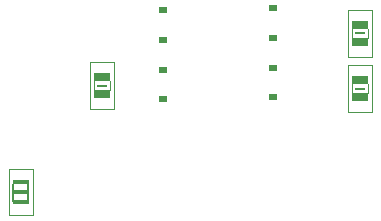
<source format=gko>
%FSLAX24Y24*%
%MOIN*%
G70*
G01*
G75*
G04 Layer_Color=16711935*
%ADD10C,0.0320*%
%ADD11R,0.0318X0.0079*%
%ADD12R,0.0476X0.0159*%
%ADD13C,0.0040*%
%ADD14C,0.0060*%
%ADD15R,0.0250X0.0240*%
%ADD16R,0.0575X0.0300*%
%ADD17R,0.0575X0.0295*%
%ADD18R,0.0560X0.0140*%
%ADD19C,0.0020*%
%ADD20O,0.1200X0.0600*%
%ADD21C,0.0591*%
%ADD22R,0.0591X0.0591*%
G04:AMPARAMS|DCode=23|XSize=66mil|YSize=66mil|CornerRadius=0mil|HoleSize=0mil|Usage=FLASHONLY|Rotation=270.000|XOffset=0mil|YOffset=0mil|HoleType=Round|Shape=Octagon|*
%AMOCTAGOND23*
4,1,8,-0.0165,-0.0330,0.0165,-0.0330,0.0330,-0.0165,0.0330,0.0165,0.0165,0.0330,-0.0165,0.0330,-0.0330,0.0165,-0.0330,-0.0165,-0.0165,-0.0330,0.0*
%
%ADD23OCTAGOND23*%

%ADD24R,0.0600X0.0520*%
%ADD25R,0.0630X0.0520*%
%ADD26C,0.0100*%
%ADD27C,0.0260*%
%ADD28C,0.0079*%
%ADD29C,0.0050*%
%ADD30C,0.0080*%
%ADD31R,0.2601X0.0240*%
%ADD32O,0.1280X0.0680*%
%ADD33C,0.0671*%
%ADD34R,0.0671X0.0671*%
G04:AMPARAMS|DCode=35|XSize=74mil|YSize=74mil|CornerRadius=0mil|HoleSize=0mil|Usage=FLASHONLY|Rotation=270.000|XOffset=0mil|YOffset=0mil|HoleType=Round|Shape=Octagon|*
%AMOCTAGOND35*
4,1,8,-0.0185,-0.0370,0.0185,-0.0370,0.0370,-0.0185,0.0370,0.0185,0.0185,0.0370,-0.0185,0.0370,-0.0370,0.0185,-0.0370,-0.0185,-0.0185,-0.0370,0.0*
%
%ADD35OCTAGOND35*%

%ADD36R,0.0680X0.0600*%
%ADD37R,0.0710X0.0600*%
D11*
X549Y4800D02*
D03*
X9149Y4700D02*
D03*
Y6550D02*
D03*
D12*
X-2148Y1251D02*
D03*
D13*
X810Y4650D02*
Y4940D01*
X290Y4650D02*
Y4950D01*
X9410Y4550D02*
Y4840D01*
X8890Y4550D02*
Y4850D01*
X9410Y6400D02*
Y6690D01*
X8890Y6400D02*
Y6700D01*
D14*
X-2400Y970D02*
Y1530D01*
X-1900Y970D02*
Y1530D01*
D15*
X6264Y4420D02*
D03*
Y5400D02*
D03*
Y6394D02*
D03*
Y7374D02*
D03*
X2575Y7306D02*
D03*
Y6326D02*
D03*
Y5333D02*
D03*
Y4353D02*
D03*
D16*
X547Y4510D02*
D03*
X9147Y4410D02*
D03*
Y6260D02*
D03*
D17*
X547Y5082D02*
D03*
X9147Y4982D02*
D03*
Y6832D02*
D03*
D18*
X-2150Y1590D02*
D03*
Y910D02*
D03*
D19*
X160Y4020D02*
X937D01*
X160Y5577D02*
X937D01*
Y4020D02*
Y5577D01*
X160Y4020D02*
Y5577D01*
X8760Y3920D02*
X9537D01*
X8760Y5477D02*
X9537D01*
Y3920D02*
Y5477D01*
X8760Y3920D02*
Y5477D01*
Y5770D02*
X9537D01*
X8760Y7327D02*
X9537D01*
Y5770D02*
Y7327D01*
X8760Y5770D02*
Y7327D01*
X-2537Y2030D02*
X-1760D01*
X-2537Y473D02*
X-1760D01*
X-2537D02*
Y2030D01*
X-1760Y473D02*
Y2030D01*
M02*

</source>
